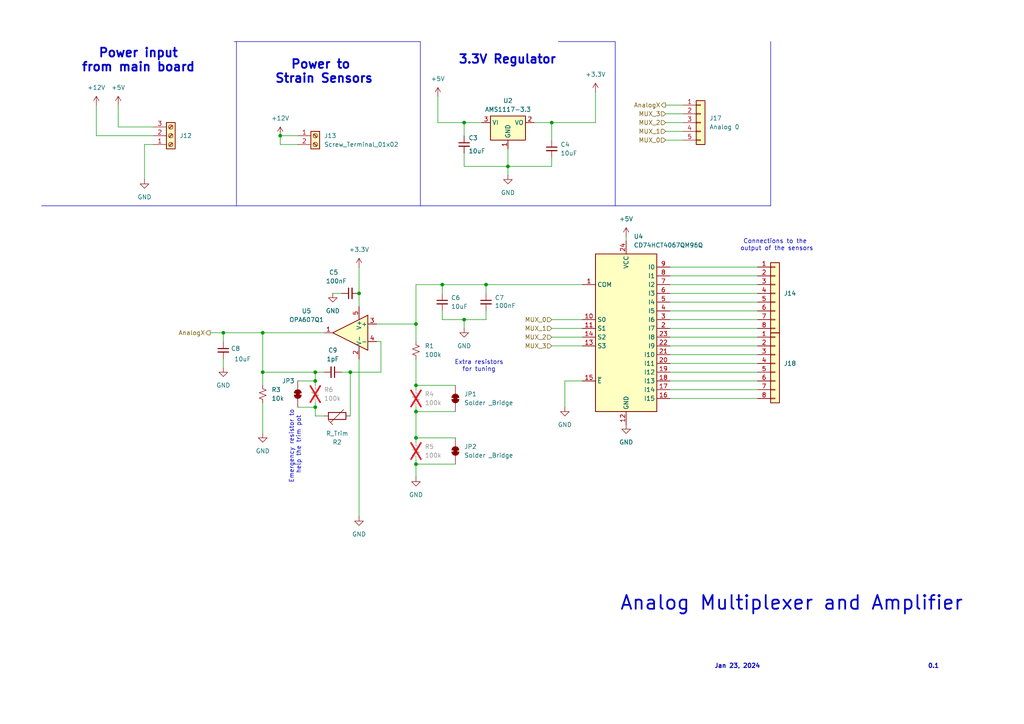
<source format=kicad_sch>
(kicad_sch (version 20231120) (generator "eeschema") (generator_version "8.0")
  (paper "A4")
  (lib_symbols
    (symbol "+3.3V_1" (power) (pin_numbers hide) (pin_names (offset 0) hide)
      (property "Value" "+3.3V" (at 0 3.556 0))
      (symbol "+3.3V_1_0_1"
        (polyline (pts (xy -0.762 1.27) (xy 0 2.54)))
        (polyline (pts (xy 0 0) (xy 0 2.54)))
        (polyline (pts (xy 0 2.54) (xy 0.762 1.27)))
      )
      (symbol "+3.3V_1_1_1"
        (pin power_in line (at 0 0 90) (length 0) (name "~") (number "1"))
      )
    )
    (symbol "+5V_1" (power) (pin_numbers hide) (pin_names (offset 0) hide)
      (property "Value" "+5V" (at 0 3.556 0))
      (symbol "+5V_1_0_1"
        (polyline (pts (xy -0.762 1.27) (xy 0 2.54)))
        (polyline (pts (xy 0 0) (xy 0 2.54)))
        (polyline (pts (xy 0 2.54) (xy 0.762 1.27)))
      )
      (symbol "+5V_1_1_1"
        (pin power_in line (at 0 0 90) (length 0) (name "~") (number "1"))
      )
    )
    (symbol "74xx:CD74HC4067M"
      (property "Reference" "U8" (at 2.1941 26.67 0))
      (property "Value" "CD74HCT4067QM96Q" (at 2.1941 24.13 0))
      (symbol "CD74HC4067M_0_1"
        (rectangle (start -8.89 21.59) (end 8.89 -24.13) (stroke (width 0.254)) (fill (type background)))
      )
      (symbol "CD74HC4067M_1_1"
        (pin output line (at -12.7 12.7 0) (length 3.81) (name "COM") (number "1"))
        (pin input line (at -12.7 2.54 0) (length 3.81) (name "S0") (number "10"))
        (pin input line (at -12.7 0 0) (length 3.81) (name "S1") (number "11"))
        (pin power_in line (at 0 -27.94 90) (length 3.81) (name "GND") (number "12"))
        (pin input line (at -12.7 -5.08 0) (length 3.81) (name "S3") (number "13"))
        (pin input line (at -12.7 -2.54 0) (length 3.81) (name "S2") (number "14"))
        (pin input line (at -12.7 -15.24 0) (length 3.81) (name "~{E}") (number "15"))
        (pin passive line (at 12.7 -20.32 180) (length 3.81) (name "I15") (number "16"))
        (pin passive line (at 12.7 -17.78 180) (length 3.81) (name "I14") (number "17"))
        (pin passive line (at 12.7 -15.24 180) (length 3.81) (name "I13") (number "18"))
        (pin passive line (at 12.7 -12.7 180) (length 3.81) (name "I12") (number "19"))
        (pin passive line (at 12.7 0 180) (length 3.81) (name "I7") (number "2"))
        (pin passive line (at 12.7 -10.16 180) (length 3.81) (name "I11") (number "20"))
        (pin passive line (at 12.7 -7.62 180) (length 3.81) (name "I10") (number "21"))
        (pin passive line (at 12.7 -5.08 180) (length 3.81) (name "I9") (number "22"))
        (pin passive line (at 12.7 -2.54 180) (length 3.81) (name "I8") (number "23"))
        (pin power_in line (at 0 25.4 270) (length 3.81) (name "VCC") (number "24"))
        (pin passive line (at 12.7 2.54 180) (length 3.81) (name "I6") (number "3"))
        (pin passive line (at 12.7 5.08 180) (length 3.81) (name "I5") (number "4"))
        (pin passive line (at 12.7 7.62 180) (length 3.81) (name "I4") (number "5"))
        (pin passive line (at 12.7 10.16 180) (length 3.81) (name "I3") (number "6"))
        (pin passive line (at 12.7 12.7 180) (length 3.81) (name "I2") (number "7"))
        (pin passive line (at 12.7 15.24 180) (length 3.81) (name "I1") (number "8"))
        (pin passive line (at 12.7 17.78 180) (length 3.81) (name "I0") (number "9"))
      )
    )
    (symbol "Amplifier_Operational:OPA188xxDBV" (pin_names (offset 0.127))
      (property "Reference" "U" (at 0 5.08 0))
      (property "Value" "OPA188xxDBV" (at 0 -5.08 0))
      (symbol "OPA188xxDBV_0_1"
        (polyline (pts (xy -5.08 5.08) (xy 5.08 0) (xy -5.08 -5.08) (xy -5.08 5.08)) (stroke (width 0.254)) (fill (type background)))
        (pin power_in line (at -2.54 -7.62 90) (length 3.81) (name "V-") (number "2"))
        (pin power_in line (at -2.54 7.62 270) (length 3.81) (name "V+") (number "5"))
      )
      (symbol "OPA188xxDBV_1_1"
        (pin output line (at 7.62 0 180) (length 2.54) (name "~") (number "1"))
        (pin input line (at -7.62 2.54 0) (length 2.54) (name "+") (number "3"))
        (pin input line (at -7.62 -2.54 0) (length 2.54) (name "-") (number "4"))
      )
    )
    (symbol "Connector:Screw_Terminal_01x02" (pin_names (offset 1.016) hide)
      (property "Reference" "J" (at 0 2.54 0))
      (property "Value" "Screw_Terminal_01x02" (at 0 -5.08 0))
      (symbol "Screw_Terminal_01x02_1_1"
        (rectangle (start -1.27 1.27) (end 1.27 -3.81) (stroke (width 0.254)) (fill (type background)))
        (circle (center 0 -2.54) (radius 0.635) (stroke (width 0.1524)))
        (polyline (pts (xy -0.5334 -2.2098) (xy 0.3302 -3.048)) (stroke (width 0.1524)))
        (polyline (pts (xy -0.5334 0.3302) (xy 0.3302 -0.508)) (stroke (width 0.1524)))
        (polyline (pts (xy -0.3556 -2.032) (xy 0.508 -2.8702)) (stroke (width 0.1524)))
        (polyline (pts (xy -0.3556 0.508) (xy 0.508 -0.3302)) (stroke (width 0.1524)))
        (circle (center 0 0) (radius 0.635) (stroke (width 0.1524)))
        (pin passive line (at -5.08 0 0) (length 3.81) (name "Pin_1") (number "1"))
        (pin passive line (at -5.08 -2.54 0) (length 3.81) (name "Pin_2") (number "2"))
      )
    )
    (symbol "Connector:Screw_Terminal_01x03" (pin_names (offset 1.016) hide)
      (property "Reference" "J" (at 0 5.08 0))
      (property "Value" "Screw_Terminal_01x03" (at 0 -5.08 0))
      (symbol "Screw_Terminal_01x03_1_1"
        (rectangle (start -1.27 3.81) (end 1.27 -3.81) (stroke (width 0.254)) (fill (type background)))
        (circle (center 0 -2.54) (radius 0.635) (stroke (width 0.1524)))
        (polyline (pts (xy -0.5334 -2.2098) (xy 0.3302 -3.048)) (stroke (width 0.1524)))
        (polyline (pts (xy -0.5334 0.3302) (xy 0.3302 -0.508)) (stroke (width 0.1524)))
        (polyline (pts (xy -0.5334 2.8702) (xy 0.3302 2.032)) (stroke (width 0.1524)))
        (polyline (pts (xy -0.3556 -2.032) (xy 0.508 -2.8702)) (stroke (width 0.1524)))
        (polyline (pts (xy -0.3556 0.508) (xy 0.508 -0.3302)) (stroke (width 0.1524)))
        (polyline (pts (xy -0.3556 3.048) (xy 0.508 2.2098)) (stroke (width 0.1524)))
        (circle (center 0 0) (radius 0.635) (stroke (width 0.1524)))
        (circle (center 0 2.54) (radius 0.635) (stroke (width 0.1524)))
        (pin passive line (at -5.08 2.54 0) (length 3.81) (name "Pin_1") (number "1"))
        (pin passive line (at -5.08 0 0) (length 3.81) (name "Pin_2") (number "2"))
        (pin passive line (at -5.08 -2.54 0) (length 3.81) (name "Pin_3") (number "3"))
      )
    )
    (symbol "Connector_Generic:Conn_01x05" (pin_names (offset 1.016) hide)
      (property "Reference" "J" (at 0 7.62 0))
      (property "Value" "Conn_01x05" (at 0 -7.62 0))
      (symbol "Conn_01x05_1_1"
        (rectangle (start -1.27 -4.953) (end 0 -5.207) (stroke (width 0.1524)))
        (rectangle (start -1.27 -2.413) (end 0 -2.667) (stroke (width 0.1524)))
        (rectangle (start -1.27 0.127) (end 0 -0.127) (stroke (width 0.1524)))
        (rectangle (start -1.27 2.667) (end 0 2.413) (stroke (width 0.1524)))
        (rectangle (start -1.27 5.207) (end 0 4.953) (stroke (width 0.1524)))
        (rectangle (start -1.27 6.35) (end 1.27 -6.35) (stroke (width 0.254)) (fill (type background)))
        (pin passive line (at -5.08 5.08 0) (length 3.81) (name "Pin_1") (number "1"))
        (pin passive line (at -5.08 2.54 0) (length 3.81) (name "Pin_2") (number "2"))
        (pin passive line (at -5.08 0 0) (length 3.81) (name "Pin_3") (number "3"))
        (pin passive line (at -5.08 -2.54 0) (length 3.81) (name "Pin_4") (number "4"))
        (pin passive line (at -5.08 -5.08 0) (length 3.81) (name "Pin_5") (number "5"))
      )
    )
    (symbol "Connector_Generic:Conn_01x08" (pin_names (offset 1.016) hide)
      (property "Reference" "J" (at 0 10.16 0))
      (property "Value" "Conn_01x08" (at 0 -12.7 0))
      (symbol "Conn_01x08_1_1"
        (rectangle (start -1.27 -10.033) (end 0 -10.287) (stroke (width 0.1524)))
        (rectangle (start -1.27 -7.493) (end 0 -7.747) (stroke (width 0.1524)))
        (rectangle (start -1.27 -4.953) (end 0 -5.207) (stroke (width 0.1524)))
        (rectangle (start -1.27 -2.413) (end 0 -2.667) (stroke (width 0.1524)))
        (rectangle (start -1.27 0.127) (end 0 -0.127) (stroke (width 0.1524)))
        (rectangle (start -1.27 2.667) (end 0 2.413) (stroke (width 0.1524)))
        (rectangle (start -1.27 5.207) (end 0 4.953) (stroke (width 0.1524)))
        (rectangle (start -1.27 7.747) (end 0 7.493) (stroke (width 0.1524)))
        (rectangle (start -1.27 8.89) (end 1.27 -11.43) (stroke (width 0.254)) (fill (type background)))
        (pin passive line (at -5.08 7.62 0) (length 3.81) (name "Pin_1") (number "1"))
        (pin passive line (at -5.08 5.08 0) (length 3.81) (name "Pin_2") (number "2"))
        (pin passive line (at -5.08 2.54 0) (length 3.81) (name "Pin_3") (number "3"))
        (pin passive line (at -5.08 0 0) (length 3.81) (name "Pin_4") (number "4"))
        (pin passive line (at -5.08 -2.54 0) (length 3.81) (name "Pin_5") (number "5"))
        (pin passive line (at -5.08 -5.08 0) (length 3.81) (name "Pin_6") (number "6"))
        (pin passive line (at -5.08 -7.62 0) (length 3.81) (name "Pin_7") (number "7"))
        (pin passive line (at -5.08 -10.16 0) (length 3.81) (name "Pin_8") (number "8"))
      )
    )
    (symbol "Device:C_Small" (pin_numbers hide) (pin_names (offset 0.254) hide)
      (property "Reference" "C" (at 0.254 1.778 0))
      (property "Value" "C_Small" (at 0.254 -2.032 0))
      (symbol "C_Small_0_1"
        (polyline (pts (xy -1.524 -0.508) (xy 1.524 -0.508)) (stroke (width 0.3302)))
        (polyline (pts (xy -1.524 0.508) (xy 1.524 0.508)) (stroke (width 0.3048)))
      )
      (symbol "C_Small_1_1"
        (pin passive line (at 0 2.54 270) (length 2.032) (name "~") (number "1"))
        (pin passive line (at 0 -2.54 90) (length 2.032) (name "~") (number "2"))
      )
    )
    (symbol "Device:R_Small_US" (pin_numbers hide) (pin_names (offset 0.254) hide)
      (property "Reference" "R" (at 0.762 0.508 0))
      (property "Value" "R_Small_US" (at 0.762 -1.016 0))
      (symbol "R_Small_US_1_1"
        (polyline (pts (xy 0 0) (xy 1.016 -0.381) (xy 0 -0.762) (xy -1.016 -1.143) (xy 0 -1.524)))
        (polyline (pts (xy 0 1.524) (xy 1.016 1.143) (xy 0 0.762) (xy -1.016 0.381) (xy 0 0)))
        (pin passive line (at 0 2.54 270) (length 1.016) (name "~") (number "1"))
        (pin passive line (at 0 -2.54 90) (length 1.016) (name "~") (number "2"))
      )
    )
    (symbol "Device:R_Trim" (pin_numbers hide) (pin_names (offset 0))
      (property "Reference" "R" (at 2.54 -2.54 90))
      (property "Value" "R_Trim" (at -2.54 -0.635 90))
      (symbol "R_Trim_0_1"
        (rectangle (start -1.016 -2.54) (end 1.016 2.54) (stroke (width 0.254)))
        (polyline (pts (xy -1.905 -1.905) (xy 1.905 1.905) (xy 2.54 1.27) (xy 1.27 2.54)))
      )
      (symbol "R_Trim_1_1"
        (pin passive line (at 0 3.81 270) (length 1.27) (name "~") (number "1"))
        (pin passive line (at 0 -3.81 90) (length 1.27) (name "~") (number "2"))
      )
    )
    (symbol "Jumper:SolderJumper_2_Bridged" (pin_numbers hide) (pin_names (offset 0) hide) (exclude_from_sim yes) (in_bom no)
      (property "Reference" "JP" (at 0 2.032 0))
      (property "Value" "SolderJumper_2_Bridged" (at 0 -2.54 0))
      (symbol "SolderJumper_2_Bridged_0_1"
        (rectangle (start -0.508 0.508) (end 0.508 -0.508) (fill (type outline)))
        (arc (start -0.254 1.016) (mid -1.2656 0) (end -0.254 -1.016))
        (arc (start -0.254 1.016) (mid -1.2656 0) (end -0.254 -1.016) (fill (type outline)))
        (polyline (pts (xy -0.254 1.016) (xy -0.254 -1.016)))
        (polyline (pts (xy 0.254 1.016) (xy 0.254 -1.016)))
        (arc (start 0.254 -1.016) (mid 1.2656 0) (end 0.254 1.016))
        (arc (start 0.254 -1.016) (mid 1.2656 0) (end 0.254 1.016) (fill (type outline)))
      )
      (symbol "SolderJumper_2_Bridged_1_1"
        (pin passive line (at -3.81 0 0) (length 2.54) (name "A") (number "1"))
        (pin passive line (at 3.81 0 180) (length 2.54) (name "B") (number "2"))
      )
    )
    (symbol "Regulator_Linear:AMS1117-3.3"
      (property "Reference" "U" (at -3.81 3.175 0))
      (property "Value" "AMS1117-3.3" (at 0 3.175 0))
      (symbol "AMS1117-3.3_0_1"
        (rectangle (start -5.08 -5.08) (end 5.08 1.905) (stroke (width 0.254)) (fill (type background)))
      )
      (symbol "AMS1117-3.3_1_1"
        (pin power_in line (at 0 -7.62 90) (length 2.54) (name "GND") (number "1"))
        (pin power_out line (at 7.62 0 180) (length 2.54) (name "VO") (number "2"))
        (pin power_in line (at -7.62 0 0) (length 2.54) (name "VI") (number "3"))
      )
    )
    (symbol "power:+12V" (power) (pin_numbers hide) (pin_names (offset 0) hide)
      (property "Value" "+12V" (at 0 3.556 0))
      (symbol "+12V_0_1"
        (polyline (pts (xy -0.762 1.27) (xy 0 2.54)))
        (polyline (pts (xy 0 0) (xy 0 2.54)))
        (polyline (pts (xy 0 2.54) (xy 0.762 1.27)))
      )
      (symbol "+12V_1_1"
        (pin power_in line (at 0 0 90) (length 0) (name "~") (number "1"))
      )
    )
    (symbol "power:+3.3V" (power) (pin_numbers hide) (pin_names (offset 0) hide)
      (property "Value" "+3.3V" (at 0 3.556 0))
      (symbol "+3.3V_0_1"
        (polyline (pts (xy -0.762 1.27) (xy 0 2.54)))
        (polyline (pts (xy 0 0) (xy 0 2.54)))
        (polyline (pts (xy 0 2.54) (xy 0.762 1.27)))
      )
      (symbol "+3.3V_1_1"
        (pin power_in line (at 0 0 90) (length 0) (name "~") (number "1"))
      )
    )
    (symbol "power:+5V" (power) (pin_numbers hide) (pin_names (offset 0) hide)
      (property "Value" "+5V" (at 0 3.556 0))
      (symbol "+5V_0_1"
        (polyline (pts (xy -0.762 1.27) (xy 0 2.54)))
        (polyline (pts (xy 0 0) (xy 0 2.54)))
        (polyline (pts (xy 0 2.54) (xy 0.762 1.27)))
      )
      (symbol "+5V_1_1"
        (pin power_in line (at 0 0 90) (length 0) (name "~") (number "1"))
      )
    )
    (symbol "power:GND" (power) (pin_numbers hide) (pin_names (offset 0) hide)
      (property "Value" "GND" (at 0 -3.81 0))
      (symbol "GND_0_1"
        (polyline (pts (xy 0 0) (xy 0 -1.27) (xy 1.27 -1.27) (xy 0 -2.54) (xy -1.27 -1.27) (xy 0 -1.27)))
      )
      (symbol "GND_1_1"
        (pin power_in line (at 0 0 270) (length 0) (name "~") (number "1"))
      )
    )
  )
  (junction (at 134.62 92.71))
  (junction (at 104.14 85.09))
  (junction (at 64.77 96.52))
  (junction (at 91.44 110.49))
  (junction (at 134.62 35.56))
  (junction (at 120.65 134.62))
  (junction (at 128.27 82.55))
  (junction (at 140.97 82.55))
  (junction (at 81.28 39.37))
  (junction (at 120.65 111.76))
  (junction (at 91.44 118.11))
  (junction (at 76.2 107.95))
  (junction (at 76.2 96.52))
  (junction (at 101.6 107.95))
  (junction (at 160.02 35.56))
  (junction (at 147.32 48.26))
  (junction (at 120.65 93.98))
  (junction (at 91.44 107.95))
  (junction (at 120.65 127))
  (junction (at 120.65 119.38))
  (wire (pts (xy 81.28 39.37) (xy 86.36 39.37)))
  (wire (pts (xy 193.04 30.48) (xy 198.12 30.48)))
  (wire (pts (xy 194.31 95.25) (xy 219.71 95.25)))
  (wire (pts (xy 194.31 87.63) (xy 219.71 87.63)))
  (wire (pts (xy 64.77 96.52) (xy 76.2 96.52)))
  (wire (pts (xy 194.31 82.55) (xy 219.71 82.55)))
  (wire (pts (xy 147.32 50.8) (xy 147.32 48.26)))
  (wire (pts (xy 140.97 82.55) (xy 168.91 82.55)))
  (wire (pts (xy 76.2 107.95) (xy 91.44 107.95)))
  (wire (pts (xy 132.08 127) (xy 120.65 127)))
  (wire (pts (xy 194.31 102.87) (xy 219.71 102.87)))
  (wire (pts (xy 76.2 107.95) (xy 76.2 111.76)))
  (wire (pts (xy 76.2 96.52) (xy 76.2 107.95)))
  (wire (pts (xy 128.27 92.71) (xy 134.62 92.71)))
  (wire (pts (xy 120.65 82.55) (xy 120.65 93.98)))
  (wire (pts (xy 194.31 80.01) (xy 219.71 80.01)))
  (wire (pts (xy 41.91 41.91) (xy 41.91 52.07)))
  (wire (pts (xy 91.44 116.84) (xy 91.44 118.11)))
  (wire (pts (xy 154.94 35.56) (xy 160.02 35.56)))
  (wire (pts (xy 128.27 92.71) (xy 128.27 90.17)))
  (wire (pts (xy 172.72 26.67) (xy 172.72 35.56)))
  (wire (pts (xy 134.62 48.26) (xy 147.32 48.26)))
  (wire (pts (xy 147.32 48.26) (xy 160.02 48.26)))
  (wire (pts (xy 194.31 92.71) (xy 219.71 92.71)))
  (wire (pts (xy 194.31 90.17) (xy 219.71 90.17)))
  (wire (pts (xy 120.65 82.55) (xy 128.27 82.55)))
  (wire (pts (xy 147.32 43.18) (xy 147.32 48.26)))
  (wire (pts (xy 120.65 119.38) (xy 132.08 119.38)))
  (wire (pts (xy 34.29 36.83) (xy 34.29 30.48)))
  (wire (pts (xy 163.83 110.49) (xy 168.91 110.49)))
  (wire (pts (xy 91.44 118.11) (xy 91.44 120.65)))
  (polyline (pts (xy 121.92 59.69) (xy 178.435 59.69)))
  (wire (pts (xy 64.77 99.06) (xy 64.77 96.52)))
  (wire (pts (xy 193.04 38.1) (xy 198.12 38.1)))
  (wire (pts (xy 194.31 115.57) (xy 219.71 115.57)))
  (wire (pts (xy 128.27 82.55) (xy 140.97 82.55)))
  (wire (pts (xy 160.02 35.56) (xy 172.72 35.56)))
  (wire (pts (xy 27.94 39.37) (xy 44.45 39.37)))
  (wire (pts (xy 110.49 99.06) (xy 110.49 107.95)))
  (wire (pts (xy 194.31 110.49) (xy 219.71 110.49)))
  (wire (pts (xy 160.02 95.25) (xy 168.91 95.25)))
  (wire (pts (xy 140.97 85.09) (xy 140.97 82.55)))
  (wire (pts (xy 181.61 68.58) (xy 181.61 69.85)))
  (wire (pts (xy 120.65 127) (xy 120.65 128.27)))
  (wire (pts (xy 104.14 104.14) (xy 104.14 149.86)))
  (wire (pts (xy 120.65 104.14) (xy 120.65 111.76)))
  (wire (pts (xy 120.65 111.76) (xy 120.65 113.03)))
  (wire (pts (xy 134.62 35.56) (xy 139.7 35.56)))
  (wire (pts (xy 163.83 118.11) (xy 163.83 110.49)))
  (wire (pts (xy 194.31 97.79) (xy 219.71 97.79)))
  (polyline (pts (xy 121.92 59.69) (xy 121.92 12.065)))
  (wire (pts (xy 120.65 118.11) (xy 120.65 119.38)))
  (wire (pts (xy 120.65 93.98) (xy 120.65 99.06)))
  (polyline (pts (xy 178.435 12.065) (xy 161.925 12.065)))
  (wire (pts (xy 64.77 106.68) (xy 64.77 104.14)))
  (polyline (pts (xy 12.065 59.69) (xy 68.58 59.69)))
  (wire (pts (xy 120.65 133.35) (xy 120.65 134.62)))
  (wire (pts (xy 194.31 105.41) (xy 219.71 105.41)))
  (wire (pts (xy 160.02 48.26) (xy 160.02 45.72)))
  (wire (pts (xy 76.2 116.84) (xy 76.2 125.73)))
  (polyline (pts (xy 68.58 59.69) (xy 121.92 59.69)))
  (wire (pts (xy 91.44 118.11) (xy 86.36 118.11)))
  (wire (pts (xy 134.62 95.25) (xy 134.62 92.71)))
  (wire (pts (xy 104.14 77.47) (xy 104.14 85.09)))
  (wire (pts (xy 194.31 107.95) (xy 219.71 107.95)))
  (wire (pts (xy 160.02 35.56) (xy 160.02 40.64)))
  (wire (pts (xy 120.65 111.76) (xy 132.08 111.76)))
  (wire (pts (xy 104.14 85.09) (xy 104.14 88.9)))
  (wire (pts (xy 194.31 85.09) (xy 219.71 85.09)))
  (polyline (pts (xy 178.435 59.69) (xy 178.435 12.065)))
  (wire (pts (xy 120.65 119.38) (xy 120.65 127)))
  (wire (pts (xy 120.65 93.98) (xy 109.22 93.98)))
  (wire (pts (xy 64.77 96.52) (xy 60.96 96.52)))
  (wire (pts (xy 91.44 107.95) (xy 93.98 107.95)))
  (wire (pts (xy 120.65 134.62) (xy 132.08 134.62)))
  (wire (pts (xy 140.97 92.71) (xy 140.97 90.17)))
  (wire (pts (xy 193.04 35.56) (xy 198.12 35.56)))
  (polyline (pts (xy 178.435 59.69) (xy 223.52 59.69)))
  (wire (pts (xy 160.02 100.33) (xy 168.91 100.33)))
  (wire (pts (xy 27.94 39.37) (xy 27.94 30.48)))
  (wire (pts (xy 76.2 96.52) (xy 93.98 96.52)))
  (wire (pts (xy 34.29 36.83) (xy 44.45 36.83)))
  (polyline (pts (xy 223.52 12.065) (xy 223.52 59.69)))
  (polyline (pts (xy 67.945 12.065) (xy 121.92 12.065)))
  (wire (pts (xy 160.02 92.71) (xy 168.91 92.71)))
  (wire (pts (xy 101.6 107.95) (xy 99.06 107.95)))
  (wire (pts (xy 127 35.56) (xy 134.62 35.56)))
  (wire (pts (xy 96.52 85.09) (xy 99.06 85.09)))
  (wire (pts (xy 160.02 97.79) (xy 168.91 97.79)))
  (wire (pts (xy 134.62 48.26) (xy 134.62 44.45)))
  (wire (pts (xy 81.28 41.91) (xy 86.36 41.91)))
  (wire (pts (xy 91.44 110.49) (xy 91.44 111.76)))
  (wire (pts (xy 44.45 41.91) (xy 41.91 41.91)))
  (wire (pts (xy 101.6 107.95) (xy 101.6 120.65)))
  (wire (pts (xy 134.62 35.56) (xy 134.62 39.37)))
  (wire (pts (xy 140.97 92.71) (xy 134.62 92.71)))
  (wire (pts (xy 193.04 40.64) (xy 198.12 40.64)))
  (wire (pts (xy 194.31 113.03) (xy 219.71 113.03)))
  (wire (pts (xy 101.6 107.95) (xy 110.49 107.95)))
  (wire (pts (xy 110.49 99.06) (xy 109.22 99.06)))
  (wire (pts (xy 86.36 110.49) (xy 91.44 110.49)))
  (wire (pts (xy 91.44 107.95) (xy 91.44 110.49)))
  (polyline (pts (xy 68.58 12.065) (xy 68.58 59.69)))
  (wire (pts (xy 193.04 33.02) (xy 198.12 33.02)))
  (wire (pts (xy 128.27 85.09) (xy 128.27 82.55)))
  (wire (pts (xy 194.31 77.47) (xy 219.71 77.47)))
  (wire (pts (xy 81.28 39.37) (xy 81.28 41.91)))
  (wire (pts (xy 127 35.56) (xy 127 27.94)))
  (wire (pts (xy 194.31 100.33) (xy 219.71 100.33)))
  (wire (pts (xy 120.65 134.62) (xy 120.65 138.43)))
  (wire (pts (xy 91.44 120.65) (xy 93.98 120.65)))
  (text "Extra resistors\nfor tuning" (at 138.938 106.172 0) (effects (font (size 1.27 1.27))))
  (text "Power input\nfrom main board" (at 40.132 17.526 0) (effects (font (size 2.54 2.54) (thickness 0.508) (bold yes))))
  (text "Analog Multiplexer and Amplifier" (at 229.616 175.006 0) (effects (font (size 4 4) (thickness 0.5))))
  (text "Emergency resistor to \nhelp the trim pot" (at 85.598 129.032 90) (effects (font (size 1.27 1.27))))
  (text "3.3V Regulator" (at 132.842 18.796 0) (effects (font (size 2.5 2.5) (thickness 0.5) (bold yes)) (justify left bottom)))
  (text "Jan 23, 2024" (at 213.868 193.294 0) (effects (font (size 1.27 1.27) (thickness 0.254) (bold yes))))
  (text "Connections to the \noutput of the sensors" (at 225.298 71.12 0) (effects (font (size 1.27 1.27))))
  (text "0.1" (at 270.764 193.294 0) (effects (font (size 1.27 1.27) (thickness 0.254) (bold yes))))
  (text "Power to \nStrain Sensors" (at 93.98 20.828 0) (effects (font (size 2.54 2.54) (thickness 0.508) (bold yes))))
  (hierarchical_label "MUX_0" (shape input) (at 160.02 92.71 180))
  (hierarchical_label "MUX_0" (shape input) (at 193.04 40.64 180))
  (hierarchical_label "MUX_3" (shape input) (at 193.04 33.02 180))
  (hierarchical_label "MUX_1" (shape input) (at 160.02 95.25 180))
  (hierarchical_label "MUX_1" (shape input) (at 193.04 38.1 180))
  (hierarchical_label "AnalogX" (shape output) (at 60.96 96.52 180))
  (hierarchical_label "MUX_2" (shape input) (at 193.04 35.56 180))
  (hierarchical_label "MUX_2" (shape input) (at 160.02 97.79 180))
  (hierarchical_label "MUX_3" (shape input) (at 160.02 100.33 180))
  (hierarchical_label "AnalogX" (shape output) (at 193.04 30.48 180))
  (symbol (lib_id "power:+12V") (at 81.28 39.37 0) (unit 1)
    (property "Reference" "#PWR014" (effects (hide yes)))
    (property "Value" "+12V" (at 81.28 34.29 0))
    (property "Description" "Power symbol creates a global label with name \"+12V\"" (effects (hide yes)))
  )
  (symbol (lib_id "power:GND") (at 76.2 125.73 0) (unit 1)
    (property "Reference" "#PWR023" (effects (hide yes)))
    (property "Value" "GND" (at 76.2 130.81 0))
    (property "Description" "Power symbol creates a global label with name \"GND\" , ground" (effects (hide yes)))
  )
  (symbol (lib_id "Regulator_Linear:AMS1117-3.3") (at 147.32 35.56 0) (unit 1) (exclude_from_sim yes)
    (property "Reference" "U2" (at 147.32 29.21 0))
    (property "Value" "AMS1117-3.3" (at 147.32 31.75 0))
    (property "Footprint" "Package_TO_SOT_SMD:SOT-223-3_TabPin2" (effects (hide yes)))
    (property "Datasheet" "http://www.advanced-monolithic.com/pdf/ds1117.pdf" (effects (hide yes)))
    (property "Description" "1A Low Dropout regulator, positive, 3.3V fixed output, SOT-223" (effects (hide yes)))
  )
  (symbol (lib_id "Device:C_Small") (at 96.52 107.95 270) (mirror x) (unit 1)
    (property "Reference" "C9" (at 96.5137 101.6 90))
    (property "Value" "1pF" (at 96.5137 104.14 90))
    (property "Footprint" "Capacitor_SMD:C_0805_2012Metric_Pad1.18x1.45mm_HandSolder" (effects (hide yes)))
    (property "Description" "Unpolarized capacitor, small symbol" (effects (hide yes)))
  )
  (symbol (lib_id "power:+3.3V") (at 104.14 77.47 0) (unit 1)
    (property "Reference" "#PWR017" (effects (hide yes)))
    (property "Value" "+3.3V" (at 104.14 72.39 0))
    (property "Description" "Power symbol creates a global label with name \"+3.3V\"" (effects (hide yes)))
  )
  (symbol (lib_id "Connector:Screw_Terminal_01x02") (at 91.44 39.37 0) (unit 1) (exclude_from_sim yes)
    (property "Reference" "J13" (at 93.98 39.3699 0) (effects (justify left)))
    (property "Value" "Screw_Terminal_01x02" (at 93.98 41.9099 0) (effects (justify left)))
    (property "Footprint" "TerminalBlock_MetzConnect:TerminalBlock_MetzConnect_Type011_RT05502HBWC_1x02_P5.00mm_Horizontal" (effects (hide yes)))
    (property "Description" "Generic screw terminal, single row, 01x02, script generated (kicad-library-utils/schlib/autogen/connector/)" (effects (hide yes)))
  )
  (symbol (lib_id "Device:C_Small") (at 160.02 43.18 0) (unit 1)
    (property "Reference" "C4" (at 162.56 41.9163 0) (effects (justify left)))
    (property "Value" "10uF" (at 162.56 44.4563 0) (effects (justify left)))
    (property "Footprint" "Capacitor_SMD:C_1206_3216Metric" (effects (hide yes)))
    (property "LCSC Part #" "C13585" (effects (hide yes)))
  )
  (symbol (lib_id "Device:C_Small") (at 101.6 85.09 90) (unit 1)
    (property "Reference" "C5" (at 96.774 78.994 90))
    (property "Value" "100nF" (at 97.536 81.534 90))
    (property "Footprint" "Capacitor_SMD:C_0805_2012Metric_Pad1.18x1.45mm_HandSolder" (effects (hide yes)))
    (property "Description" "Unpolarized capacitor, small symbol" (effects (hide yes)))
  )
  (symbol (lib_id "Device:C_Small") (at 140.97 87.63 0) (unit 1)
    (property "Reference" "C7" (at 143.51 86.3662 0) (effects (justify left)))
    (property "Value" "100nF" (at 143.51 88.646 0) (effects (justify left)))
    (property "Footprint" "Capacitor_SMD:C_0805_2012Metric_Pad1.18x1.45mm_HandSolder" (effects (hide yes)))
    (property "Description" "Unpolarized capacitor, small symbol" (effects (hide yes)))
  )
  (symbol (lib_id "power:+5V") (at 34.29 30.48 0) (unit 1)
    (property "Reference" "#PWR012" (effects (hide yes)))
    (property "Value" "+5V" (at 34.29 25.4 0))
    (property "Description" "Power symbol creates a global label with name \"+5V\"" (effects (hide yes)))
  )
  (symbol (lib_id "Connector_Generic:Conn_01x05") (at 203.2 35.56 0) (unit 1) (exclude_from_sim yes)
    (property "Reference" "J17" (at 205.74 34.2899 0) (effects (justify left)))
    (property "Value" "Analog 0" (at 205.74 36.8299 0) (effects (justify left)))
    (property "Footprint" "Connector_PinHeader_2.54mm:PinHeader_1x05_P2.54mm_Vertical" (effects (hide yes)))
    (property "Description" "Generic connector, single row, 01x05, script generated (kicad-library-utils/schlib/autogen/connector/)" (effects (hide yes)))
  )
  (symbol (lib_id "Jumper:SolderJumper_2_Bridged") (at 132.08 130.81 90) (unit 1) (exclude_from_sim yes) (in_bom no)
    (property "Reference" "JP2" (at 134.62 129.5399 90) (effects (justify right)))
    (property "Value" "Solder _Bridge" (at 134.62 132.0799 90) (effects (justify right)))
    (property "Footprint" "Jumper:SolderJumper-2_P1.3mm_Bridged_RoundedPad1.0x1.5mm" (effects (hide yes)))
    (property "Description" "Solder Jumper, 2-pole, closed/bridged" (effects (hide yes)))
  )
  (symbol (lib_id "Jumper:SolderJumper_2_Bridged") (at 132.08 115.57 90) (unit 1) (exclude_from_sim yes) (in_bom no)
    (property "Reference" "JP1" (at 134.62 114.2999 90) (effects (justify right)))
    (property "Value" "Solder _Bridge" (at 134.62 116.8399 90) (effects (justify right)))
    (property "Footprint" "Jumper:SolderJumper-2_P1.3mm_Bridged_RoundedPad1.0x1.5mm" (effects (hide yes)))
    (property "Description" "Solder Jumper, 2-pole, closed/bridged" (effects (hide yes)))
  )
  (symbol (lib_id "Device:R_Small_US") (at 120.65 101.6 0) (unit 1)
    (property "Reference" "R1" (at 123.19 100.3299 0) (effects (justify left)))
    (property "Value" "100k" (at 123.19 102.8699 0) (effects (justify left)))
    (property "Footprint" "Resistor_SMD:R_0805_2012Metric_Pad1.20x1.40mm_HandSolder" (effects (hide yes)))
    (property "Description" "Resistor, small US symbol" (effects (hide yes)))
  )
  (symbol (lib_id "power:GND") (at 104.14 149.86 0) (unit 1)
    (property "Reference" "#PWR025" (effects (hide yes)))
    (property "Value" "GND" (at 104.14 154.94 0))
    (property "Description" "Power symbol creates a global label with name \"GND\" , ground" (effects (hide yes)))
  )
  (symbol (lib_id "Device:R_Small_US") (at 76.2 114.3 180) (unit 1)
    (property "Reference" "R3" (at 78.74 113.0299 0) (effects (justify right)))
    (property "Value" "10k" (at 78.74 115.5699 0) (effects (justify right)))
    (property "Footprint" "Resistor_SMD:R_0805_2012Metric_Pad1.20x1.40mm_HandSolder" (effects (hide yes)))
    (property "Description" "Resistor, small US symbol" (effects (hide yes)))
  )
  (symbol (lib_id "power:+5V") (at 181.61 68.58 0) (unit 1)
    (property "Reference" "#PWR016" (effects (hide yes)))
    (property "Value" "+5V" (at 181.61 63.5 0))
    (property "Description" "Power symbol creates a global label with name \"+5V\"" (effects (hide yes)))
  )
  (symbol (lib_id "Device:C_Small") (at 128.27 87.63 0) (unit 1)
    (property "Reference" "C6" (at 130.81 86.3662 0) (effects (justify left)))
    (property "Value" "10uF" (at 130.81 88.9062 0) (effects (justify left)))
    (property "Footprint" "Capacitor_SMD:C_0805_2012Metric_Pad1.18x1.45mm_HandSolder" (effects (hide yes)))
    (property "Description" "Unpolarized capacitor, small symbol" (effects (hide yes)))
  )
  (symbol (lib_id "Device:R_Trim") (at 97.79 120.65 90) (mirror x) (unit 1) (in_bom no)
    (property "Reference" "R2" (at 97.79 128.27 90))
    (property "Value" "R_Trim" (at 97.79 125.73 90))
    (property "Footprint" "Potentiometer_THT:Potentiometer_Bourns_3296W_Vertical" (effects (hide yes)))
    (property "Description" "Trimmable resistor (preset resistor)" (effects (hide yes)))
  )
  (symbol (lib_id "Connector:Screw_Terminal_01x03") (at 49.53 39.37 0) (mirror x) (unit 1)
    (property "Reference" "J12" (at 52.07 39.3701 0) (effects (justify left)))
    (property "Value" "Screw_Terminal_01x04" (effects (hide yes)))
    (property "Footprint" "TerminalBlock_Phoenix:TerminalBlock_Phoenix_MKDS-1,5-3-5.08_1x03_P5.08mm_Horizontal" (effects (hide yes)))
    (property "Description" "Generic screw terminal, single row, 01x03, script generated (kicad-library-utils/schlib/autogen/connector/)" (effects (hide yes)))
  )
  (symbol (lib_id "Amplifier_Operational:OPA188xxDBV") (at 101.6 96.52 0) (mirror y) (unit 1)
    (property "Reference" "U5" (at 88.9 90.2014 0))
    (property "Value" "OPA607Q1" (at 88.9 92.7414 0))
    (property "Footprint" "Package_TO_SOT_SMD:TSOT-23-5_HandSoldering" (effects (hide yes)))
    (property "Datasheet" "https://www.ti.com/lit/ds/symlink/opa607-q1.pdf?ts=1737552136542&ref_url=https%253A%252F%252Flv.mouser.com%252F" (effects (hide yes)))
    (property "Description" "Automotive, 50-MHz , Rail to Rail Output CMOS Operational Amplifier" (effects (hide yes)))
    (property "Sim.Library" "SPICE/sbomb65a/opa607.lib" (effects (hide yes)))
    (property "Sim.Name" "OPA607" (effects (hide yes)))
    (property "Sim.Device" "SUBCKT" (effects (hide yes)))
    (property "Sim.Pins" "1=IN+ 2=IN- 3=OUT 4=VCC 5=VEE" (effects (hide yes)))
  )
  (symbol (lib_id "Device:C_Small") (at 134.62 41.91 0) (unit 1)
    (property "Reference" "C3" (at 135.89 40.005 0) (effects (justify left)))
    (property "Value" "10uF" (at 135.89 43.815 0) (effects (justify left)))
    (property "Footprint" "Capacitor_SMD:C_1206_3216Metric" (effects (hide yes)))
    (property "LCSC Part #" "C13585" (effects (hide yes)))
  )
  (symbol (lib_id "power:GND") (at 41.91 52.07 0) (unit 1)
    (property "Reference" "#PWR013" (effects (hide yes)))
    (property "Value" "GND" (at 41.91 57.15 0))
    (property "Description" "Power symbol creates a global label with name \"GND\" , ground" (effects (hide yes)))
  )
  (symbol (lib_id "Device:R_Small_US") (at 120.65 130.81 0) (unit 1) (dnp yes)
    (property "Reference" "R5" (at 123.19 129.5399 0) (effects (justify left)))
    (property "Value" "100k" (at 123.19 132.0799 0) (effects (justify left)))
    (property "Footprint" "Resistor_SMD:R_0805_2012Metric_Pad1.20x1.40mm_HandSolder" (effects (hide yes)))
    (property "Description" "Resistor, small US symbol" (effects (hide yes)))
  )
  (symbol (lib_id "Device:C_Small") (at 64.77 101.6 0) (unit 1)
    (property "Reference" "C8" (at 68.326 101.092 0))
    (property "Value" "10uF" (at 70.358 104.14 0))
    (property "Footprint" "Capacitor_SMD:C_0805_2012Metric_Pad1.18x1.45mm_HandSolder" (effects (hide yes)))
    (property "Description" "Unpolarized capacitor, small symbol" (effects (hide yes)))
  )
  (symbol (lib_id "Connector_Generic:Conn_01x08") (at 224.79 85.09 0) (unit 1)
    (property "Reference" "J14" (at 227.33 85.0899 0) (effects (justify left)))
    (property "Value" "Conn_01x16" (effects (hide yes)))
    (property "Footprint" "Connector_PinHeader_2.54mm:PinHeader_1x08_P2.54mm_Vertical" (effects (hide yes)))
    (property "Description" "Generic connector, single row, 01x08, script generated (kicad-library-utils/schlib/autogen/connector/)" (effects (hide yes)))
  )
  (symbol (lib_name "+5V_1") (lib_id "power:+5V") (at 127 27.94 0) (unit 1)
    (property "Reference" "#PWR04" (effects (hide yes)))
    (property "Value" "+5V" (at 127 22.86 0))
    (property "Description" "Power symbol creates a global label with name \"+5V\"" (effects (hide yes)))
  )
  (symbol (lib_id "Device:R_Small_US") (at 91.44 114.3 0) (unit 1) (dnp yes)
    (property "Reference" "R6" (at 93.98 113.0299 0) (effects (justify left)))
    (property "Value" "100k" (at 93.98 115.5699 0) (effects (justify left)))
    (property "Footprint" "Resistor_SMD:R_0805_2012Metric_Pad1.20x1.40mm_HandSolder" (effects (hide yes)))
    (property "Description" "Resistor, small US symbol" (effects (hide yes)))
  )
  (symbol (lib_id "power:GND") (at 96.52 85.09 0) (unit 1)
    (property "Reference" "#PWR018" (effects (hide yes)))
    (property "Value" "GND" (at 96.52 90.17 0))
    (property "Description" "Power symbol creates a global label with name \"GND\" , ground" (effects (hide yes)))
  )
  (symbol (lib_id "power:GND") (at 120.65 138.43 0) (unit 1)
    (property "Reference" "#PWR026" (effects (hide yes)))
    (property "Value" "GND" (at 120.65 143.51 0))
    (property "Description" "Power symbol creates a global label with name \"GND\" , ground" (effects (hide yes)))
  )
  (symbol (lib_id "power:GND") (at 64.77 106.68 0) (unit 1)
    (property "Reference" "#PWR020" (effects (hide yes)))
    (property "Value" "GND" (at 64.77 111.76 0))
    (property "Description" "Power symbol creates a global label with name \"GND\" , ground" (effects (hide yes)))
  )
  (symbol (lib_id "power:GND") (at 163.83 118.11 0) (unit 1)
    (property "Reference" "#PWR021" (effects (hide yes)))
    (property "Value" "GND" (at 163.83 123.19 0))
    (property "Description" "Power symbol creates a global label with name \"GND\" , ground" (effects (hide yes)))
  )
  (symbol (lib_id "Device:R_Small_US") (at 120.65 115.57 0) (unit 1) (dnp yes)
    (property "Reference" "R4" (at 123.19 114.2999 0) (effects (justify left)))
    (property "Value" "100k" (at 123.19 116.8399 0) (effects (justify left)))
    (property "Footprint" "Resistor_SMD:R_0805_2012Metric_Pad1.20x1.40mm_HandSolder" (effects (hide yes)))
    (property "Description" "Resistor, small US symbol" (effects (hide yes)))
  )
  (symbol (lib_name "+3.3V_1") (lib_id "power:+3.3V") (at 172.72 26.67 0) (unit 1)
    (property "Reference" "#PWR03" (effects (hide yes)))
    (property "Value" "+3.3V" (at 172.72 21.59 0))
    (property "Description" "Power symbol creates a global label with name \"+3.3V\"" (effects (hide yes)))
  )
  (symbol (lib_id "Jumper:SolderJumper_2_Bridged") (at 86.36 114.3 270) (unit 1) (exclude_from_sim yes) (in_bom no)
    (property "Reference" "JP3" (at 81.788 110.49 90) (effects (justify left)))
    (property "Value" "Solder _Bridge" (effects (hide yes)))
    (property "Footprint" "Jumper:SolderJumper-2_P1.3mm_Bridged_RoundedPad1.0x1.5mm" (effects (hide yes)))
    (property "Description" "Solder Jumper, 2-pole, closed/bridged" (effects (hide yes)))
  )
  (symbol (lib_id "power:GND") (at 181.61 123.19 0) (unit 1)
    (property "Reference" "#PWR022" (effects (hide yes)))
    (property "Value" "GND" (at 181.61 128.27 0))
    (property "Description" "Power symbol creates a global label with name \"GND\" , ground" (effects (hide yes)))
  )
  (symbol (lib_id "power:GND") (at 147.32 50.8 0) (unit 1)
    (property "Reference" "#PWR08" (effects (hide yes)))
    (property "Value" "GND" (at 147.32 55.88 0))
    (property "Description" "Power symbol creates a global label with name \"GND\" , ground" (effects (hide yes)))
  )
  (symbol (lib_id "74xx:CD74HC4067M") (at 181.61 95.25 0) (unit 1) (exclude_from_sim yes)
    (property "Reference" "U4" (at 183.8041 68.58 0) (effects (justify left)))
    (property "Value" "CD74HCT4067QM96Q" (at 183.8041 71.12 0) (effects (justify left)))
    (property "Footprint" "Package_SO:SOIC-24W_7.5x15.4mm_P1.27mm" (effects (hide yes)))
    (property "Datasheet" "http://www.ti.com/lit/ds/symlink/cd74hc4067.pdf" (effects (hide yes)))
    (property "Description" "High-Speed CMOS Logic 16-Channel Analog Multiplexer/Demultiplexer, SOIC-24" (effects (hide yes)))
  )
  (symbol (lib_id "power:+12V") (at 27.94 30.48 0) (unit 1)
    (property "Reference" "#PWR011" (effects (hide yes)))
    (property "Value" "+12V" (at 27.94 25.4 0))
    (property "Description" "Power symbol creates a global label with name \"+12V\"" (effects (hide yes)))
  )
  (symbol (lib_id "Connector_Generic:Conn_01x08") (at 224.79 105.41 0) (unit 1)
    (property "Reference" "J18" (at 227.33 105.4099 0) (effects (justify left)))
    (property "Value" "Conn_01x16" (effects (hide yes)))
    (property "Footprint" "Connector_PinHeader_2.54mm:PinHeader_1x08_P2.54mm_Vertical" (effects (hide yes)))
    (property "Description" "Generic connector, single row, 01x08, script generated (kicad-library-utils/schlib/autogen/connector/)" (effects (hide yes)))
  )
  (symbol (lib_id "power:GND") (at 134.62 95.25 0) (unit 1)
    (property "Reference" "#PWR019" (effects (hide yes)))
    (property "Value" "GND" (at 134.62 100.33 0))
    (property "Description" "Power symbol creates a global label with name \"GND\" , ground" (effects (hide yes)))
  )
)
</source>
